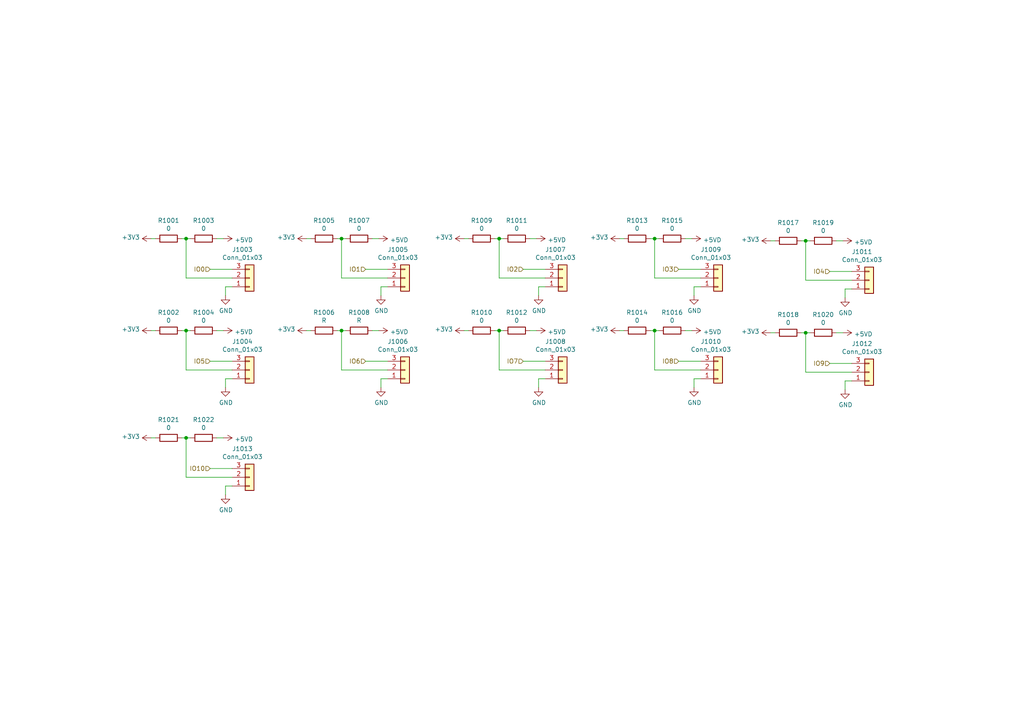
<source format=kicad_sch>
(kicad_sch (version 20211123) (generator eeschema)
  (paper "A4")
  (title_block (title "Connector Cube V2") (date "2021-12-21") (rev "V2.00A") (company "CubeDeb-F4DEB") (comment 1 "IO"))
  (lib_symbols
    (symbol "Connector_Generic:Conn_01x03" (pin_names (offset 1.016) hide)
      (property "Reference" "J" (at 0 5.08 0))
      (property "Value" "Connector_Generic_Conn_01x03" (at 0 -5.08 0))
      (symbol "Conn_01x03_1_1"
        (rectangle (start -1.27 -2.413) (end 0 -2.667) (stroke (width 0.1524)))
        (rectangle (start -1.27 0.127) (end 0 -0.127) (stroke (width 0.1524)))
        (rectangle (start -1.27 2.667) (end 0 2.413) (stroke (width 0.1524)))
        (rectangle (start -1.27 3.81) (end 1.27 -3.81) (stroke (width 0.254)) (fill (type background)))
        (pin passive line (at -5.08 2.54 0) (length 3.81) (name "Pin_1") (number "1"))
        (pin passive line (at -5.08 0 0) (length 3.81) (name "Pin_2") (number "2"))
        (pin passive line (at -5.08 -2.54 0) (length 3.81) (name "Pin_3") (number "3"))
      )
    )
    (symbol "Device:R" (pin_numbers hide) (pin_names (offset 0))
      (property "Reference" "R" (at 2.032 0 90))
      (property "Value" "Device_R" (at 0 0 90))
      (symbol "R_0_1"
        (rectangle (start -1.016 -2.54) (end 1.016 2.54) (stroke (width 0.254)))
      )
      (symbol "R_1_1"
        (pin passive line (at 0 3.81 270) (length 1.27) (name "~") (number "1"))
        (pin passive line (at 0 -3.81 90) (length 1.27) (name "~") (number "2"))
      )
    )
    (symbol "power:+3.3V" (power) (pin_names (offset 0))
      (property "Value" "power_+3.3V" (at 0 3.556 0))
      (symbol "+3.3V_0_1"
        (polyline (pts (xy -0.762 1.27) (xy 0 2.54)))
        (polyline (pts (xy 0 0) (xy 0 2.54)))
        (polyline (pts (xy 0 2.54) (xy 0.762 1.27)))
      )
      (symbol "+3.3V_1_1"
        (pin power_in line (at 0 0 90) (length 0) hide (name "+3V3") (number "1"))
      )
    )
    (symbol "power:+5VD" (power) (pin_names (offset 0))
      (property "Value" "power_+5VD" (at 0 3.556 0))
      (symbol "+5VD_0_1"
        (polyline (pts (xy -0.762 1.27) (xy 0 2.54)))
        (polyline (pts (xy 0 0) (xy 0 2.54)))
        (polyline (pts (xy 0 2.54) (xy 0.762 1.27)))
      )
      (symbol "+5VD_1_1"
        (pin power_in line (at 0 0 90) (length 0) hide (name "+5VD") (number "1"))
      )
    )
    (symbol "power:GND" (power) (pin_names (offset 0))
      (property "Value" "power_GND" (at 0 -3.81 0))
      (symbol "GND_0_1"
        (polyline (pts (xy 0 0) (xy 0 -1.27) (xy 1.27 -1.27) (xy 0 -2.54) (xy -1.27 -1.27) (xy 0 -1.27)))
      )
      (symbol "GND_1_1"
        (pin power_in line (at 0 0 270) (length 0) hide (name "GND") (number "1"))
      )
    )
  )
  (junction (at 189.865 69.215))
  (junction (at 144.78 69.215))
  (junction (at 53.975 69.215))
  (junction (at 99.06 69.215))
  (junction (at 189.865 95.885))
  (junction (at 53.975 95.885))
  (junction (at 233.68 69.85))
  (junction (at 53.975 127))
  (junction (at 99.06 95.885))
  (junction (at 144.78 95.885))
  (junction (at 233.68 96.52))
  (wire (pts (xy 151.765 104.775) (xy 158.115 104.775)))
  (wire (pts (xy 198.755 69.215) (xy 200.66 69.215)))
  (wire (pts (xy 144.78 69.215) (xy 146.05 69.215)))
  (wire (pts (xy 247.015 83.82) (xy 245.11 83.82)))
  (wire (pts (xy 198.755 95.885) (xy 200.66 95.885)))
  (wire (pts (xy 53.975 127) (xy 53.975 138.43)))
  (wire (pts (xy 112.395 109.855) (xy 110.49 109.855)))
  (wire (pts (xy 201.295 109.855) (xy 201.295 112.395)))
  (wire (pts (xy 233.68 69.85) (xy 234.95 69.85)))
  (wire (pts (xy 135.89 69.215) (xy 134.62 69.215)))
  (wire (pts (xy 135.89 95.885) (xy 134.62 95.885)))
  (wire (pts (xy 65.405 83.185) (xy 65.405 85.725)))
  (wire (pts (xy 106.045 78.105) (xy 112.395 78.105)))
  (wire (pts (xy 189.865 95.885) (xy 189.865 107.315)))
  (wire (pts (xy 233.68 107.95) (xy 247.015 107.95)))
  (wire (pts (xy 106.045 104.775) (xy 112.395 104.775)))
  (wire (pts (xy 107.95 69.215) (xy 109.855 69.215)))
  (wire (pts (xy 180.975 69.215) (xy 179.705 69.215)))
  (wire (pts (xy 188.595 95.885) (xy 189.865 95.885)))
  (wire (pts (xy 245.11 83.82) (xy 245.11 86.36)))
  (wire (pts (xy 52.705 127) (xy 53.975 127)))
  (wire (pts (xy 144.78 95.885) (xy 146.05 95.885)))
  (wire (pts (xy 60.96 135.89) (xy 67.31 135.89)))
  (wire (pts (xy 53.975 69.215) (xy 53.975 80.645)))
  (wire (pts (xy 189.865 95.885) (xy 191.135 95.885)))
  (wire (pts (xy 233.68 69.85) (xy 233.68 81.28)))
  (wire (pts (xy 45.085 95.885) (xy 43.815 95.885)))
  (wire (pts (xy 67.31 140.97) (xy 65.405 140.97)))
  (wire (pts (xy 158.115 83.185) (xy 156.21 83.185)))
  (wire (pts (xy 188.595 69.215) (xy 189.865 69.215)))
  (wire (pts (xy 233.68 96.52) (xy 233.68 107.95)))
  (wire (pts (xy 144.78 95.885) (xy 144.78 107.315)))
  (wire (pts (xy 189.865 69.215) (xy 189.865 80.645)))
  (wire (pts (xy 156.21 109.855) (xy 156.21 112.395)))
  (wire (pts (xy 60.96 104.775) (xy 67.31 104.775)))
  (wire (pts (xy 67.31 109.855) (xy 65.405 109.855)))
  (wire (pts (xy 90.17 69.215) (xy 88.9 69.215)))
  (wire (pts (xy 53.975 95.885) (xy 55.245 95.885)))
  (wire (pts (xy 158.115 109.855) (xy 156.21 109.855)))
  (wire (pts (xy 97.79 95.885) (xy 99.06 95.885)))
  (wire (pts (xy 67.31 83.185) (xy 65.405 83.185)))
  (wire (pts (xy 201.295 83.185) (xy 201.295 85.725)))
  (wire (pts (xy 53.975 69.215) (xy 55.245 69.215)))
  (wire (pts (xy 90.17 95.885) (xy 88.9 95.885)))
  (wire (pts (xy 143.51 69.215) (xy 144.78 69.215)))
  (wire (pts (xy 107.95 95.885) (xy 109.855 95.885)))
  (wire (pts (xy 99.06 69.215) (xy 100.33 69.215)))
  (wire (pts (xy 99.06 95.885) (xy 100.33 95.885)))
  (wire (pts (xy 97.79 69.215) (xy 99.06 69.215)))
  (wire (pts (xy 53.975 127) (xy 55.245 127)))
  (wire (pts (xy 240.665 78.74) (xy 247.015 78.74)))
  (wire (pts (xy 60.96 78.105) (xy 67.31 78.105)))
  (wire (pts (xy 224.79 96.52) (xy 223.52 96.52)))
  (wire (pts (xy 53.975 80.645) (xy 67.31 80.645)))
  (wire (pts (xy 196.85 78.105) (xy 203.2 78.105)))
  (wire (pts (xy 245.11 110.49) (xy 245.11 113.03)))
  (wire (pts (xy 156.21 83.185) (xy 156.21 85.725)))
  (wire (pts (xy 203.2 109.855) (xy 201.295 109.855)))
  (wire (pts (xy 233.68 96.52) (xy 234.95 96.52)))
  (wire (pts (xy 62.865 127) (xy 64.77 127)))
  (wire (pts (xy 52.705 95.885) (xy 53.975 95.885)))
  (wire (pts (xy 65.405 109.855) (xy 65.405 112.395)))
  (wire (pts (xy 189.865 69.215) (xy 191.135 69.215)))
  (wire (pts (xy 196.85 104.775) (xy 203.2 104.775)))
  (wire (pts (xy 242.57 96.52) (xy 244.475 96.52)))
  (wire (pts (xy 62.865 95.885) (xy 64.77 95.885)))
  (wire (pts (xy 203.2 83.185) (xy 201.295 83.185)))
  (wire (pts (xy 189.865 80.645) (xy 203.2 80.645)))
  (wire (pts (xy 242.57 69.85) (xy 244.475 69.85)))
  (wire (pts (xy 189.865 107.315) (xy 203.2 107.315)))
  (wire (pts (xy 99.06 80.645) (xy 112.395 80.645)))
  (wire (pts (xy 53.975 95.885) (xy 53.975 107.315)))
  (wire (pts (xy 144.78 69.215) (xy 144.78 80.645)))
  (wire (pts (xy 110.49 83.185) (xy 110.49 85.725)))
  (wire (pts (xy 143.51 95.885) (xy 144.78 95.885)))
  (wire (pts (xy 52.705 69.215) (xy 53.975 69.215)))
  (wire (pts (xy 45.085 69.215) (xy 43.815 69.215)))
  (wire (pts (xy 232.41 96.52) (xy 233.68 96.52)))
  (wire (pts (xy 144.78 107.315) (xy 158.115 107.315)))
  (wire (pts (xy 233.68 81.28) (xy 247.015 81.28)))
  (wire (pts (xy 53.975 138.43) (xy 67.31 138.43)))
  (wire (pts (xy 99.06 95.885) (xy 99.06 107.315)))
  (wire (pts (xy 232.41 69.85) (xy 233.68 69.85)))
  (wire (pts (xy 110.49 109.855) (xy 110.49 112.395)))
  (wire (pts (xy 247.015 110.49) (xy 245.11 110.49)))
  (wire (pts (xy 224.79 69.85) (xy 223.52 69.85)))
  (wire (pts (xy 53.975 107.315) (xy 67.31 107.315)))
  (wire (pts (xy 180.975 95.885) (xy 179.705 95.885)))
  (wire (pts (xy 62.865 69.215) (xy 64.77 69.215)))
  (wire (pts (xy 153.67 95.885) (xy 155.575 95.885)))
  (wire (pts (xy 151.765 78.105) (xy 158.115 78.105)))
  (wire (pts (xy 45.085 127) (xy 43.815 127)))
  (wire (pts (xy 112.395 83.185) (xy 110.49 83.185)))
  (wire (pts (xy 99.06 107.315) (xy 112.395 107.315)))
  (wire (pts (xy 240.665 105.41) (xy 247.015 105.41)))
  (wire (pts (xy 65.405 140.97) (xy 65.405 143.51)))
  (wire (pts (xy 99.06 69.215) (xy 99.06 80.645)))
  (wire (pts (xy 153.67 69.215) (xy 155.575 69.215)))
  (wire (pts (xy 144.78 80.645) (xy 158.115 80.645)))
  (hierarchical_label "IO7" (shape input) (at 151.765 104.775 180))
  (hierarchical_label "IO0" (shape input) (at 60.96 78.105 180))
  (hierarchical_label "IO1" (shape input) (at 106.045 78.105 180))
  (hierarchical_label "IO10" (shape input) (at 60.96 135.89 180))
  (hierarchical_label "IO8" (shape input) (at 196.85 104.775 180))
  (hierarchical_label "IO9" (shape input) (at 240.665 105.41 180))
  (hierarchical_label "IO4" (shape input) (at 240.665 78.74 180))
  (hierarchical_label "IO6" (shape input) (at 106.045 104.775 180))
  (hierarchical_label "IO2" (shape input) (at 151.765 78.105 180))
  (hierarchical_label "IO3" (shape input) (at 196.85 78.105 180))
  (hierarchical_label "IO5" (shape input) (at 60.96 104.775 180))
  (symbol (lib_id "Connector_Generic:Conn_01x03") (at 72.39 80.645 0) (mirror x) (unit 1)
    (property "Reference" "J1003" (at 70.3072 72.39 0))
    (property "Value" "Conn_01x03" (at 70.3072 74.7014 0))
    (property "Footprint" "Connector_JST:JST_GH_BM03B-GHS-TBT_1x03-1MP_P1.25mm_Vertical" (effects hide))
  )
  (symbol (lib_id "power:GND") (at 65.405 85.725 0) (unit 1)
    (property "Reference" "#PWR0242" (effects hide))
    (property "Value" "GND" (at 65.532 90.1192 0))
  )
  (symbol (lib_id "power:+5VD") (at 64.77 69.215 270) (unit 1)
    (property "Reference" "#PWR0243" (effects hide))
    (property "Value" "+5VD" (at 68.0212 69.596 90) (effects (justify left)))
  )
  (symbol (lib_id "power:+3.3V") (at 43.815 69.215 90) (unit 1)
    (property "Reference" "#PWR0244" (effects hide))
    (property "Value" "+3.3V" (at 40.5638 68.834 90) (effects (justify left)))
  )
  (symbol (lib_id "Device:R") (at 59.055 69.215 270) (unit 1)
    (property "Reference" "R1003" (at 59.055 63.9572 90))
    (property "Value" "0" (at 59.055 66.2686 90))
    (property "Footprint" "Resistor_SMD:R_0603_1608Metric" (effects hide))
  )
  (symbol (lib_id "Device:R") (at 48.895 69.215 270) (unit 1)
    (property "Reference" "R1001" (at 48.895 63.9572 90))
    (property "Value" "0" (at 48.895 66.2686 90))
    (property "Footprint" "Resistor_SMD:R_0603_1608Metric" (effects hide))
  )
  (symbol (lib_id "Connector_Generic:Conn_01x03") (at 72.39 107.315 0) (mirror x) (unit 1)
    (property "Reference" "J1004" (at 70.3072 99.06 0))
    (property "Value" "Conn_01x03" (at 70.3072 101.3714 0))
    (property "Footprint" "Connector_JST:JST_GH_BM03B-GHS-TBT_1x03-1MP_P1.25mm_Vertical" (effects hide))
  )
  (symbol (lib_id "power:GND") (at 65.405 112.395 0) (unit 1)
    (property "Reference" "#PWR0245" (effects hide))
    (property "Value" "GND" (at 65.532 116.7892 0))
  )
  (symbol (lib_id "power:+5VD") (at 64.77 95.885 270) (unit 1)
    (property "Reference" "#PWR0246" (effects hide))
    (property "Value" "+5VD" (at 68.0212 96.266 90) (effects (justify left)))
  )
  (symbol (lib_id "power:+3.3V") (at 43.815 95.885 90) (unit 1)
    (property "Reference" "#PWR0247" (effects hide))
    (property "Value" "+3.3V" (at 40.5638 95.504 90) (effects (justify left)))
  )
  (symbol (lib_id "Device:R") (at 59.055 95.885 270) (unit 1)
    (property "Reference" "R1004" (at 59.055 90.6272 90))
    (property "Value" "0" (at 59.055 92.9386 90))
    (property "Footprint" "Resistor_SMD:R_0603_1608Metric" (effects hide))
  )
  (symbol (lib_id "Device:R") (at 48.895 95.885 270) (unit 1)
    (property "Reference" "R1002" (at 48.895 90.6272 90))
    (property "Value" "0" (at 48.895 92.9386 90))
    (property "Footprint" "Resistor_SMD:R_0603_1608Metric" (effects hide))
  )
  (symbol (lib_id "Connector_Generic:Conn_01x03") (at 117.475 80.645 0) (mirror x) (unit 1)
    (property "Reference" "J1005" (at 115.3922 72.39 0))
    (property "Value" "Conn_01x03" (at 115.3922 74.7014 0))
    (property "Footprint" "Connector_JST:JST_GH_BM03B-GHS-TBT_1x03-1MP_P1.25mm_Vertical" (effects hide))
  )
  (symbol (lib_id "power:GND") (at 110.49 85.725 0) (unit 1)
    (property "Reference" "#PWR0248" (effects hide))
    (property "Value" "GND" (at 110.617 90.1192 0))
  )
  (symbol (lib_id "power:+5VD") (at 109.855 69.215 270) (unit 1)
    (property "Reference" "#PWR0249" (effects hide))
    (property "Value" "+5VD" (at 113.1062 69.596 90) (effects (justify left)))
  )
  (symbol (lib_id "power:+3.3V") (at 88.9 69.215 90) (unit 1)
    (property "Reference" "#PWR0250" (effects hide))
    (property "Value" "+3.3V" (at 85.6488 68.834 90) (effects (justify left)))
  )
  (symbol (lib_id "Device:R") (at 104.14 69.215 270) (unit 1)
    (property "Reference" "R1007" (at 104.14 63.9572 90))
    (property "Value" "0" (at 104.14 66.2686 90))
    (property "Footprint" "Resistor_SMD:R_0603_1608Metric" (effects hide))
  )
  (symbol (lib_id "Device:R") (at 93.98 69.215 270) (unit 1)
    (property "Reference" "R1005" (at 93.98 63.9572 90))
    (property "Value" "0" (at 93.98 66.2686 90))
    (property "Footprint" "Resistor_SMD:R_0603_1608Metric" (effects hide))
  )
  (symbol (lib_id "Connector_Generic:Conn_01x03") (at 117.475 107.315 0) (mirror x) (unit 1)
    (property "Reference" "J1006" (at 115.3922 99.06 0))
    (property "Value" "Conn_01x03" (at 115.3922 101.3714 0))
    (property "Footprint" "Connector_JST:JST_GH_BM03B-GHS-TBT_1x03-1MP_P1.25mm_Vertical" (effects hide))
  )
  (symbol (lib_id "power:GND") (at 110.49 112.395 0) (unit 1)
    (property "Reference" "#PWR0251" (effects hide))
    (property "Value" "GND" (at 110.617 116.7892 0))
  )
  (symbol (lib_id "power:+5VD") (at 109.855 95.885 270) (unit 1)
    (property "Reference" "#PWR0252" (effects hide))
    (property "Value" "+5VD" (at 113.1062 96.266 90) (effects (justify left)))
  )
  (symbol (lib_id "power:+3.3V") (at 88.9 95.885 90) (unit 1)
    (property "Reference" "#PWR0253" (effects hide))
    (property "Value" "+3.3V" (at 85.6488 95.504 90) (effects (justify left)))
  )
  (symbol (lib_id "Device:R") (at 104.14 95.885 270) (unit 1)
    (property "Reference" "R1008" (at 104.14 90.6272 90))
    (property "Value" "R" (at 104.14 92.9386 90))
    (property "Footprint" "Resistor_SMD:R_0603_1608Metric" (effects hide))
  )
  (symbol (lib_id "Device:R") (at 93.98 95.885 270) (unit 1)
    (property "Reference" "R1006" (at 93.98 90.6272 90))
    (property "Value" "R" (at 93.98 92.9386 90))
    (property "Footprint" "Resistor_SMD:R_0603_1608Metric" (effects hide))
  )
  (symbol (lib_id "Connector_Generic:Conn_01x03") (at 163.195 80.645 0) (mirror x) (unit 1)
    (property "Reference" "J1007" (at 161.1122 72.39 0))
    (property "Value" "Conn_01x03" (at 161.1122 74.7014 0))
    (property "Footprint" "Connector_JST:JST_GH_BM03B-GHS-TBT_1x03-1MP_P1.25mm_Vertical" (effects hide))
  )
  (symbol (lib_id "power:GND") (at 156.21 85.725 0) (unit 1)
    (property "Reference" "#PWR0254" (effects hide))
    (property "Value" "GND" (at 156.337 90.1192 0))
  )
  (symbol (lib_id "power:+5VD") (at 155.575 69.215 270) (unit 1)
    (property "Reference" "#PWR0255" (effects hide))
    (property "Value" "+5VD" (at 158.8262 69.596 90) (effects (justify left)))
  )
  (symbol (lib_id "power:+3.3V") (at 134.62 69.215 90) (unit 1)
    (property "Reference" "#PWR0256" (effects hide))
    (property "Value" "+3.3V" (at 131.3688 68.834 90) (effects (justify left)))
  )
  (symbol (lib_id "Device:R") (at 149.86 69.215 270) (unit 1)
    (property "Reference" "R1011" (at 149.86 63.9572 90))
    (property "Value" "0" (at 149.86 66.2686 90))
    (property "Footprint" "Resistor_SMD:R_0603_1608Metric" (effects hide))
  )
  (symbol (lib_id "Device:R") (at 139.7 69.215 270) (unit 1)
    (property "Reference" "R1009" (at 139.7 63.9572 90))
    (property "Value" "0" (at 139.7 66.2686 90))
    (property "Footprint" "Resistor_SMD:R_0603_1608Metric" (effects hide))
  )
  (symbol (lib_id "Connector_Generic:Conn_01x03") (at 163.195 107.315 0) (mirror x) (unit 1)
    (property "Reference" "J1008" (at 161.1122 99.06 0))
    (property "Value" "Conn_01x03" (at 161.1122 101.3714 0))
    (property "Footprint" "Connector_JST:JST_GH_BM03B-GHS-TBT_1x03-1MP_P1.25mm_Vertical" (effects hide))
  )
  (symbol (lib_id "power:GND") (at 156.21 112.395 0) (unit 1)
    (property "Reference" "#PWR0257" (effects hide))
    (property "Value" "GND" (at 156.337 116.7892 0))
  )
  (symbol (lib_id "power:+5VD") (at 155.575 95.885 270) (unit 1)
    (property "Reference" "#PWR0258" (effects hide))
    (property "Value" "+5VD" (at 158.8262 96.266 90) (effects (justify left)))
  )
  (symbol (lib_id "power:+3.3V") (at 134.62 95.885 90) (unit 1)
    (property "Reference" "#PWR0259" (effects hide))
    (property "Value" "+3.3V" (at 131.3688 95.504 90) (effects (justify left)))
  )
  (symbol (lib_id "Device:R") (at 149.86 95.885 270) (unit 1)
    (property "Reference" "R1012" (at 149.86 90.6272 90))
    (property "Value" "0" (at 149.86 92.9386 90))
    (property "Footprint" "Resistor_SMD:R_0603_1608Metric" (effects hide))
  )
  (symbol (lib_id "Device:R") (at 139.7 95.885 270) (unit 1)
    (property "Reference" "R1010" (at 139.7 90.6272 90))
    (property "Value" "0" (at 139.7 92.9386 90))
    (property "Footprint" "Resistor_SMD:R_0603_1608Metric" (effects hide))
  )
  (symbol (lib_id "Connector_Generic:Conn_01x03") (at 208.28 80.645 0) (mirror x) (unit 1)
    (property "Reference" "J1009" (at 206.1972 72.39 0))
    (property "Value" "Conn_01x03" (at 206.1972 74.7014 0))
    (property "Footprint" "Connector_JST:JST_GH_BM03B-GHS-TBT_1x03-1MP_P1.25mm_Vertical" (effects hide))
  )
  (symbol (lib_id "power:GND") (at 201.295 85.725 0) (unit 1)
    (property "Reference" "#PWR0260" (effects hide))
    (property "Value" "GND" (at 201.422 90.1192 0))
  )
  (symbol (lib_id "power:+5VD") (at 200.66 69.215 270) (unit 1)
    (property "Reference" "#PWR0261" (effects hide))
    (property "Value" "+5VD" (at 203.9112 69.596 90) (effects (justify left)))
  )
  (symbol (lib_id "power:+3.3V") (at 179.705 69.215 90) (unit 1)
    (property "Reference" "#PWR0262" (effects hide))
    (property "Value" "+3.3V" (at 176.4538 68.834 90) (effects (justify left)))
  )
  (symbol (lib_id "Device:R") (at 194.945 69.215 270) (unit 1)
    (property "Reference" "R1015" (at 194.945 63.9572 90))
    (property "Value" "0" (at 194.945 66.2686 90))
    (property "Footprint" "Resistor_SMD:R_0603_1608Metric" (effects hide))
  )
  (symbol (lib_id "Device:R") (at 184.785 69.215 270) (unit 1)
    (property "Reference" "R1013" (at 184.785 63.9572 90))
    (property "Value" "0" (at 184.785 66.2686 90))
    (property "Footprint" "Resistor_SMD:R_0603_1608Metric" (effects hide))
  )
  (symbol (lib_id "Connector_Generic:Conn_01x03") (at 208.28 107.315 0) (mirror x) (unit 1)
    (property "Reference" "J1010" (at 206.1972 99.06 0))
    (property "Value" "Conn_01x03" (at 206.1972 101.3714 0))
    (property "Footprint" "Connector_JST:JST_GH_BM03B-GHS-TBT_1x03-1MP_P1.25mm_Vertical" (effects hide))
  )
  (symbol (lib_id "power:GND") (at 201.295 112.395 0) (unit 1)
    (property "Reference" "#PWR0263" (effects hide))
    (property "Value" "GND" (at 201.422 116.7892 0))
  )
  (symbol (lib_id "power:+5VD") (at 200.66 95.885 270) (unit 1)
    (property "Reference" "#PWR0264" (effects hide))
    (property "Value" "+5VD" (at 203.9112 96.266 90) (effects (justify left)))
  )
  (symbol (lib_id "power:+3.3V") (at 179.705 95.885 90) (unit 1)
    (property "Reference" "#PWR0265" (effects hide))
    (property "Value" "+3.3V" (at 176.4538 95.504 90) (effects (justify left)))
  )
  (symbol (lib_id "Device:R") (at 194.945 95.885 270) (unit 1)
    (property "Reference" "R1016" (at 194.945 90.6272 90))
    (property "Value" "0" (at 194.945 92.9386 90))
    (property "Footprint" "Resistor_SMD:R_0603_1608Metric" (effects hide))
  )
  (symbol (lib_id "Device:R") (at 184.785 95.885 270) (unit 1)
    (property "Reference" "R1014" (at 184.785 90.6272 90))
    (property "Value" "0" (at 184.785 92.9386 90))
    (property "Footprint" "Resistor_SMD:R_0603_1608Metric" (effects hide))
  )
  (symbol (lib_id "Connector_Generic:Conn_01x03") (at 252.095 81.28 0) (mirror x) (unit 1)
    (property "Reference" "J1011" (at 250.0122 73.025 0))
    (property "Value" "Conn_01x03" (at 250.0122 75.3364 0))
    (property "Footprint" "Connector_JST:JST_GH_BM03B-GHS-TBT_1x03-1MP_P1.25mm_Vertical" (effects hide))
  )
  (symbol (lib_id "power:GND") (at 245.11 86.36 0) (unit 1)
    (property "Reference" "#PWR0266" (effects hide))
    (property "Value" "GND" (at 245.237 90.7542 0))
  )
  (symbol (lib_id "power:+5VD") (at 244.475 69.85 270) (unit 1)
    (property "Reference" "#PWR0267" (effects hide))
    (property "Value" "+5VD" (at 247.7262 70.231 90) (effects (justify left)))
  )
  (symbol (lib_id "power:+3.3V") (at 223.52 69.85 90) (unit 1)
    (property "Reference" "#PWR0268" (effects hide))
    (property "Value" "+3.3V" (at 220.2688 69.469 90) (effects (justify left)))
  )
  (symbol (lib_id "Device:R") (at 238.76 69.85 270) (unit 1)
    (property "Reference" "R1019" (at 238.76 64.5922 90))
    (property "Value" "0" (at 238.76 66.9036 90))
    (property "Footprint" "Resistor_SMD:R_0603_1608Metric" (effects hide))
  )
  (symbol (lib_id "Device:R") (at 228.6 69.85 270) (unit 1)
    (property "Reference" "R1017" (at 228.6 64.5922 90))
    (property "Value" "0" (at 228.6 66.9036 90))
    (property "Footprint" "Resistor_SMD:R_0603_1608Metric" (effects hide))
  )
  (symbol (lib_id "Connector_Generic:Conn_01x03") (at 252.095 107.95 0) (mirror x) (unit 1)
    (property "Reference" "J1012" (at 250.0122 99.695 0))
    (property "Value" "Conn_01x03" (at 250.0122 102.0064 0))
    (property "Footprint" "Connector_JST:JST_GH_BM03B-GHS-TBT_1x03-1MP_P1.25mm_Vertical" (effects hide))
  )
  (symbol (lib_id "power:GND") (at 245.11 113.03 0) (unit 1)
    (property "Reference" "#PWR0269" (effects hide))
    (property "Value" "GND" (at 245.237 117.4242 0))
  )
  (symbol (lib_id "power:+5VD") (at 244.475 96.52 270) (unit 1)
    (property "Reference" "#PWR0270" (effects hide))
    (property "Value" "+5VD" (at 247.7262 96.901 90) (effects (justify left)))
  )
  (symbol (lib_id "power:+3.3V") (at 223.52 96.52 90) (unit 1)
    (property "Reference" "#PWR0271" (effects hide))
    (property "Value" "+3.3V" (at 220.2688 96.139 90) (effects (justify left)))
  )
  (symbol (lib_id "Device:R") (at 238.76 96.52 270) (unit 1)
    (property "Reference" "R1020" (at 238.76 91.2622 90))
    (property "Value" "0" (at 238.76 93.5736 90))
    (property "Footprint" "Resistor_SMD:R_0603_1608Metric" (effects hide))
  )
  (symbol (lib_id "Device:R") (at 228.6 96.52 270) (unit 1)
    (property "Reference" "R1018" (at 228.6 91.2622 90))
    (property "Value" "0" (at 228.6 93.5736 90))
    (property "Footprint" "Resistor_SMD:R_0603_1608Metric" (effects hide))
  )
  (symbol (lib_id "Connector_Generic:Conn_01x03") (at 72.39 138.43 0) (mirror x) (unit 1)
    (property "Reference" "J1013" (at 70.3072 130.175 0))
    (property "Value" "Conn_01x03" (at 70.3072 132.4864 0))
    (property "Footprint" "Connector_JST:JST_GH_BM03B-GHS-TBT_1x03-1MP_P1.25mm_Vertical" (effects hide))
  )
  (symbol (lib_id "power:GND") (at 65.405 143.51 0) (unit 1)
    (property "Reference" "#PWR0272" (effects hide))
    (property "Value" "GND" (at 65.532 147.9042 0))
  )
  (symbol (lib_id "power:+5VD") (at 64.77 127 270) (unit 1)
    (property "Reference" "#PWR0273" (effects hide))
    (property "Value" "+5VD" (at 68.0212 127.381 90) (effects (justify left)))
  )
  (symbol (lib_id "power:+3.3V") (at 43.815 127 90) (unit 1)
    (property "Reference" "#PWR0274" (effects hide))
    (property "Value" "+3.3V" (at 40.5638 126.619 90) (effects (justify left)))
  )
  (symbol (lib_id "Device:R") (at 59.055 127 270) (unit 1)
    (property "Reference" "R1022" (at 59.055 121.7422 90))
    (property "Value" "0" (at 59.055 124.0536 90))
    (property "Footprint" "Resistor_SMD:R_0603_1608Metric" (effects hide))
  )
  (symbol (lib_id "Device:R") (at 48.895 127 270) (unit 1)
    (property "Reference" "R1021" (at 48.895 121.7422 90))
    (property "Value" "0" (at 48.895 124.0536 90))
    (property "Footprint" "Resistor_SMD:R_0603_1608Metric" (effects hide))
  )
)
</source>
